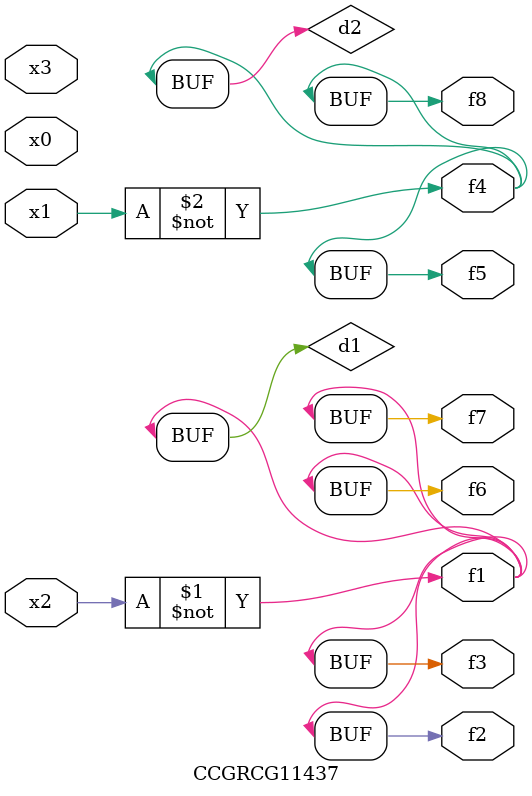
<source format=v>
module CCGRCG11437(
	input x0, x1, x2, x3,
	output f1, f2, f3, f4, f5, f6, f7, f8
);

	wire d1, d2;

	xnor (d1, x2);
	not (d2, x1);
	assign f1 = d1;
	assign f2 = d1;
	assign f3 = d1;
	assign f4 = d2;
	assign f5 = d2;
	assign f6 = d1;
	assign f7 = d1;
	assign f8 = d2;
endmodule

</source>
